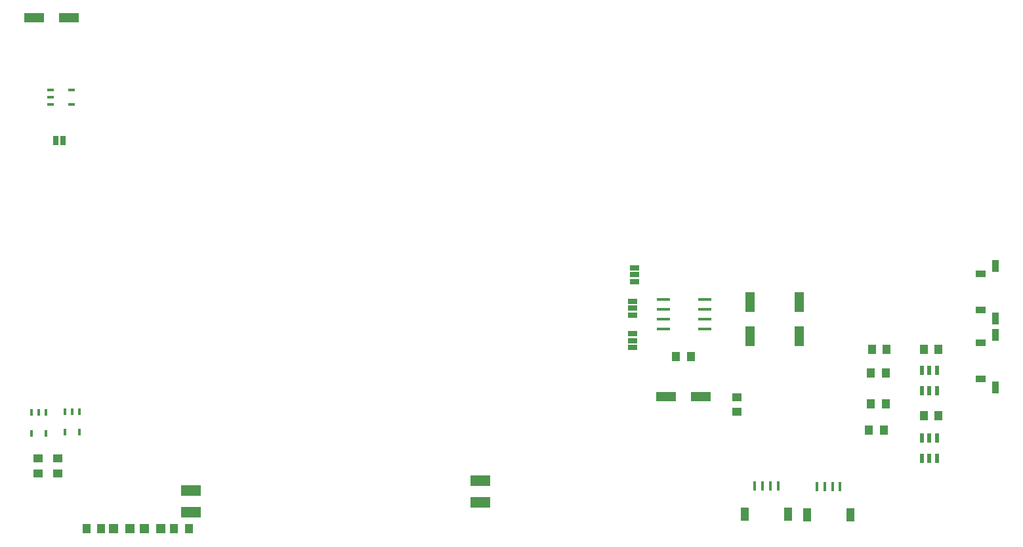
<source format=gtp>
G04 DipTrace 3.3.1.3*
G04 T4RA8875TouchShieldcastellatedV02.gtp*
%MOIN*%
G04 #@! TF.FileFunction,Paste,Top*
G04 #@! TF.Part,Single*
%AMOUTLINE0*
4,1,4,
0.025,-0.0175,
-0.025,-0.0175,
-0.025,0.0175,
0.025,0.0175,
0.025,-0.0175,
0*%
%AMOUTLINE1*
4,1,4,
0.0155,0.0285,
0.0155,-0.0285,
-0.0155,-0.0285,
-0.0155,0.0285,
0.0155,0.0285,
0*%
%AMOUTLINE2*
4,1,4,
-0.010827,0.023622,
0.010827,0.023622,
0.010827,-0.023622,
-0.010827,-0.023622,
-0.010827,0.023622,
0*%
%ADD23R,0.1X0.05*%
%ADD24R,0.05X0.1*%
%ADD33R,0.047244X0.047244*%
%ADD39R,0.025X0.05*%
%ADD41R,0.05X0.025*%
%ADD52R,0.021654X0.047244*%
%ADD88R,0.07086X0.015742*%
%ADD90R,0.035427X0.015742*%
%ADD102R,0.051175X0.043301*%
%ADD104R,0.015742X0.035427*%
%ADD112R,0.015742X0.04527*%
%ADD114R,0.039364X0.07086*%
%ADD122R,0.043301X0.051175*%
%ADD128R,0.098419X0.055112*%
%ADD131OUTLINE0*%
%ADD132OUTLINE1*%
%ADD133OUTLINE2*%
%FSLAX26Y26*%
G04*
G70*
G90*
G75*
G01*
G04 TopPaste*
%LPD*%
D128*
X2963700Y595700D3*
Y705936D3*
X1493700Y545700D3*
Y655936D3*
D23*
X873700Y3055700D3*
X698700D3*
D24*
X4583700Y1438200D3*
Y1613200D3*
D122*
X5216781Y1370700D3*
X5291585D3*
X5216781Y1035700D3*
X5291585D3*
D24*
X4333700Y1438200D3*
Y1613200D3*
D23*
X4083700Y1130700D3*
X3908700D3*
D122*
X4033700Y1335700D3*
X3958897D3*
D114*
X4308700Y535700D3*
X4529172D3*
D112*
X4359881Y680385D3*
X4399251D3*
X4438621D3*
X4477991D3*
D114*
X4623700Y530700D3*
X4844172D3*
D112*
X4674881Y675385D3*
X4714251D3*
X4753621D3*
X4792991D3*
D33*
X1183700Y460700D3*
X1101023D3*
X1258700D3*
X1341377D3*
D131*
X5508700Y1570700D3*
Y1755700D3*
D132*
X5583200Y1530200D3*
Y1796200D3*
D131*
X5508700Y1220700D3*
Y1405700D3*
D132*
X5583200Y1180200D3*
Y1446200D3*
D122*
X5013503Y960700D3*
X4938700D3*
X5023700Y1095700D3*
X4948897D3*
X5023700Y1250700D3*
X4948897D3*
X5028700Y1370700D3*
X4953897D3*
D104*
X758503Y1051999D3*
X721102D3*
X683700D3*
Y945700D3*
X758503D3*
X928503Y1056999D3*
X891102D3*
X853700D3*
Y950700D3*
X928503D3*
D122*
X1483700Y460700D3*
X1408897D3*
D102*
X718700Y743298D3*
Y818102D3*
X818700Y743298D3*
Y818102D3*
X4268700Y1055700D3*
Y1130503D3*
D122*
X963700Y460700D3*
X1038503D3*
D39*
X843700Y2430700D3*
X808267D3*
D41*
X3748700Y1715700D3*
Y1750700D3*
Y1785700D3*
X3738700Y1380700D3*
Y1415700D3*
Y1450700D3*
Y1545700D3*
Y1580700D3*
Y1615700D3*
D90*
X783149Y2689952D3*
Y2652550D3*
Y2615149D3*
X889448D3*
Y2689952D3*
D88*
X3893700Y1625700D3*
Y1575700D3*
Y1525700D3*
Y1475700D3*
X4106298D3*
Y1525700D3*
Y1575700D3*
Y1625700D3*
D52*
X5283700Y1265700D3*
X5246298D3*
X5208897D3*
Y1163330D3*
X5283700D3*
D133*
X5246298D3*
D52*
X5283700Y920700D3*
X5246298D3*
X5208897D3*
Y818330D3*
X5283700D3*
D133*
X5246298D3*
M02*

</source>
